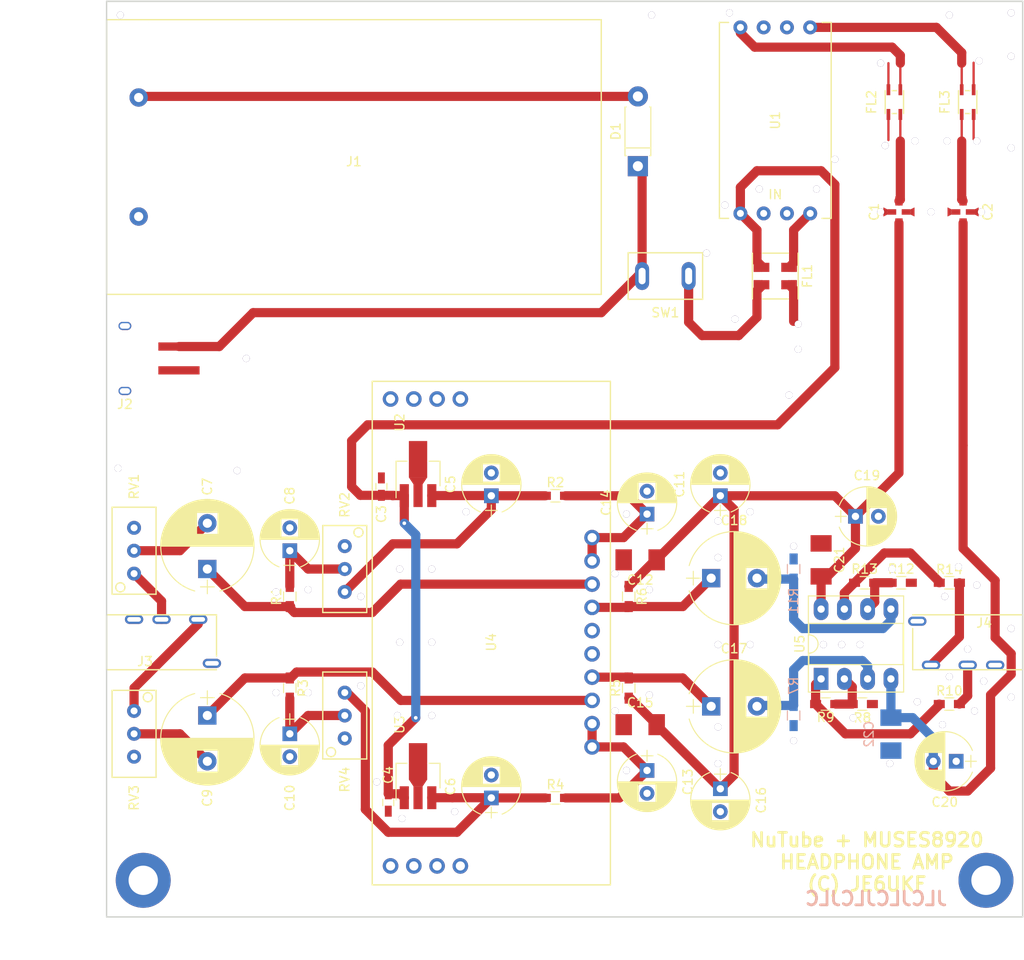
<source format=kicad_pcb>
(kicad_pcb (version 4) (host pcbnew 4.0.7)
  (layers (0 F.Cu signal) (31 B.Cu signal) (34 B.Paste user) (35 F.Paste user) (36 B.SilkS user) (37 F.SilkS user) (38 B.Mask user) (39 F.Mask user) (44 Edge.Cuts user))
  (net 0 "")
  (net 1 GND)
  (net 2 "Net-(C1-Pad1)")
  (net 3 OPAMPvcc)
  (net 4 OPAMPvee)
  (net 5 "Net-(C2-Pad3)")
  (net 6 +5V)
  (net 7 Rch+3.3V)
  (net 8 Lch+3.3V)
  (net 9 NuTubeG2)
  (net 10 "Net-(C7-Pad2)")
  (net 11 "Net-(C8-Pad1)")
  (net 12 NuTubeG1)
  (net 13 "Net-(C9-Pad2)")
  (net 14 "Net-(C10-Pad1)")
  (net 15 NuTubeF1)
  (net 16 NuTubeF3)
  (net 17 NuTubeA1)
  (net 18 "Net-(C17-Pad2)")
  (net 19 NuTubeA2)
  (net 20 "Net-(C18-Pad2)")
  (net 21 "Net-(D1-Pad1)")
  (net 22 "Net-(D1-Pad2)")
  (net 23 "Net-(FL1-Pad1)")
  (net 24 "Net-(FL1-Pad2)")
  (net 25 "Net-(FL1-Pad3)")
  (net 26 "Net-(FL2-Pad1)")
  (net 27 "Net-(FL3-Pad2)")
  (net 28 AudioInRch)
  (net 29 AudioInLch)
  (net 30 AudioOutRch)
  (net 31 AudioOutLch)
  (net 32 "Net-(R8-Pad1)")
  (net 33 "Net-(R10-Pad1)")
  (net 34 "Net-(R12-Pad1)")
  (net 35 "Net-(R13-Pad2)")
  (net 36 "Net-(U1-Pad5)")
  (module via:via (layer F.Cu) (at 116.5 73)
    (fp_text reference "" hide)
    (fp_text value "" hide)
    (pad 1 thru_hole circle (at 0 0) (size 0.762 0.762) (drill 0.762) (layers *.Cu *.Mask) (net 1 GND))
  )
  (module via:via (layer F.Cu) (at 133.5 95)
    (fp_text reference "" hide)
    (fp_text value "" hide)
    (pad 1 thru_hole circle (at 0 0) (size 0.762 0.762) (drill 0.762) (layers *.Cu *.Mask) (net 1 GND))
  )
  (module via:via (layer F.Cu) (at 60.5 105.5)
    (fp_text reference "" hide)
    (fp_text value "" hide)
    (pad 1 thru_hole circle (at 0 0) (size 0.762 0.762) (drill 0.762) (layers *.Cu *.Mask) (net 1 GND))
  )
  (module via:via (layer F.Cu) (at 60.5 94.5)
    (fp_text reference "" hide)
    (fp_text value "" hide)
    (pad 1 thru_hole circle (at 0 0) (size 0.762 0.762) (drill 0.762) (layers *.Cu *.Mask) (net 1 GND))
  )
  (module via:via (layer F.Cu) (at 74.25 119.25)
    (fp_text reference "" hide)
    (fp_text value "" hide)
    (pad 1 thru_hole circle (at 0 0) (size 0.762 0.762) (drill 0.762) (layers *.Cu *.Mask) (net 1 GND))
  )
  (module via:via (layer F.Cu) (at 80 118.5)
    (fp_text reference "" hide)
    (fp_text value "" hide)
    (pad 1 thru_hole circle (at 0 0) (size 0.762 0.762) (drill 0.762) (layers *.Cu *.Mask) (net 1 GND))
  )
  (module via:via (layer F.Cu) (at 81.25 85.75)
    (fp_text reference "" hide)
    (fp_text value "" hide)
    (pad 1 thru_hole circle (at 0 0) (size 0.762 0.762) (drill 0.762) (layers *.Cu *.Mask) (net 1 GND))
  )
  (module via:via (layer F.Cu) (at 138 34)
    (fp_text reference "" hide)
    (fp_text value "" hide)
    (pad "" np_thru_hole circle (at 0 0) (size 3.2 3.2) (drill 3.2) (layers *.Cu *.Mask))
  )
  (module via:via (layer F.Cu) (at 46 34)
    (fp_text reference "" hide)
    (fp_text value "" hide)
    (pad "" np_thru_hole circle (at 0 0) (size 3.2 3.2) (drill 3.2) (layers *.Cu *.Mask))
  )
  (module via:via (layer F.Cu) (at 138 126)
    (fp_text reference "" hide)
    (fp_text value "" hide)
    (pad 1 thru_hole circle (at 0 0) (size 6 6) (drill 3.2) (layers *.Cu *.Mask) (net 1 GND))
  )
  (module via:via (layer F.Cu) (at 73.75 108)
    (fp_text reference "" hide)
    (fp_text value "" hide)
    (pad 1 thru_hole circle (at 0 0) (size 0.762 0.762) (drill 0.762) (layers *.Cu *.Mask) (net 1 GND))
  )
  (module via:via (layer F.Cu) (at 98.75 114)
    (fp_text reference "" hide)
    (fp_text value "" hide)
    (pad 1 thru_hole circle (at 0 0) (size 0.762 0.762) (drill 0.762) (layers *.Cu *.Mask) (net 1 GND))
  )
  (module via:via (layer F.Cu) (at 98.75 86)
    (fp_text reference "" hide)
    (fp_text value "" hide)
    (pad 1 thru_hole circle (at 0 0) (size 0.762 0.762) (drill 0.762) (layers *.Cu *.Mask) (net 1 GND))
  )
  (module via:via (layer F.Cu) (at 69.75 104.75)
    (fp_text reference "" hide)
    (fp_text value "" hide)
    (pad 1 thru_hole circle (at 0 0) (size 0.762 0.762) (drill 0.762) (layers *.Cu *.Mask) (net 1 GND))
  )
  (module via:via (layer F.Cu) (at 69.75 95)
    (fp_text reference "" hide)
    (fp_text value "" hide)
    (pad 1 thru_hole circle (at 0 0) (size 0.762 0.762) (drill 0.762) (layers *.Cu *.Mask) (net 1 GND))
  )
  (module via:via (layer F.Cu) (at 74 92)
    (fp_text reference "" hide)
    (fp_text value "" hide)
    (pad 1 thru_hole circle (at 0 0) (size 0.762 0.762) (drill 0.762) (layers *.Cu *.Mask) (net 1 GND))
  )
  (module via:via (layer F.Cu) (at 77.5 92)
    (fp_text reference "" hide)
    (fp_text value "" hide)
    (pad 1 thru_hole circle (at 0 0) (size 0.762 0.762) (drill 0.762) (layers *.Cu *.Mask) (net 1 GND))
  )
  (module via:via (layer F.Cu) (at 77.5 108)
    (fp_text reference "" hide)
    (fp_text value "" hide)
    (pad 1 thru_hole circle (at 0 0) (size 0.762 0.762) (drill 0.762) (layers *.Cu *.Mask) (net 1 GND))
  )
  (module via:via (layer F.Cu) (at 64 105.5)
    (fp_text reference "" hide)
    (fp_text value "" hide)
    (pad 1 thru_hole circle (at 0 0) (size 0.762 0.762) (drill 0.762) (layers *.Cu *.Mask) (net 1 GND))
  )
  (module via:via (layer F.Cu) (at 64 94.25)
    (fp_text reference "" hide)
    (fp_text value "" hide)
    (pad 1 thru_hole circle (at 0 0) (size 0.762 0.762) (drill 0.762) (layers *.Cu *.Mask) (net 1 GND))
  )
  (module via:via (layer F.Cu) (at 46 126)
    (fp_text reference "" hide)
    (fp_text value "" hide)
    (pad 1 thru_hole circle (at 0 0) (size 6 6) (drill 3.2) (layers *.Cu *.Mask) (net 1 GND))
  )
  (module via:via (layer F.Cu) (at 71.5 115.25)
    (fp_text reference "" hide)
    (fp_text value "" hide)
    (pad 1 thru_hole circle (at 0 0) (size 0.762 0.762) (drill 0.762) (layers *.Cu *.Mask) (net 1 GND))
  )
  (module via:via (layer F.Cu) (at 77.5 100)
    (fp_text reference "" hide)
    (fp_text value "" hide)
    (pad 1 thru_hole circle (at 0 0) (size 0.762 0.762) (drill 0.762) (layers *.Cu *.Mask) (net 1 GND))
  )
  (module via:via (layer F.Cu) (at 74 100)
    (fp_text reference "" hide)
    (fp_text value "" hide)
    (pad 1 thru_hole circle (at 0 0) (size 0.762 0.762) (drill 0.762) (layers *.Cu *.Mask) (net 1 GND))
  )
  (module via:via (layer F.Cu) (at 108.75 100.25)
    (fp_text reference "" hide)
    (fp_text value "" hide)
    (pad 1 thru_hole circle (at 0 0) (size 0.762 0.762) (drill 0.762) (layers *.Cu *.Mask) (net 1 GND))
  )
  (module via:via (layer F.Cu) (at 112.25 100.25)
    (fp_text reference "" hide)
    (fp_text value "" hide)
    (pad 1 thru_hole circle (at 0 0) (size 0.762 0.762) (drill 0.762) (layers *.Cu *.Mask) (net 1 GND))
  )
  (module via:via (layer F.Cu) (at 112.25 85.75)
    (fp_text reference "" hide)
    (fp_text value "" hide)
    (pad 1 thru_hole circle (at 0 0) (size 0.762 0.762) (drill 0.762) (layers *.Cu *.Mask) (net 1 GND))
  )
  (module via:via (layer F.Cu) (at 108.75 86.75)
    (fp_text reference "" hide)
    (fp_text value "" hide)
    (pad 1 thru_hole circle (at 0 0) (size 0.762 0.762) (drill 0.762) (layers *.Cu *.Mask) (net 1 GND))
  )
  (module via:via (layer F.Cu) (at 108.75 90.75)
    (fp_text reference "" hide)
    (fp_text value "" hide)
    (pad 1 thru_hole circle (at 0 0) (size 0.762 0.762) (drill 0.762) (layers *.Cu *.Mask) (net 1 GND))
  )
  (module via:via (layer F.Cu) (at 108.75 113.25)
    (fp_text reference "" hide)
    (fp_text value "" hide)
    (pad 1 thru_hole circle (at 0 0) (size 0.762 0.762) (drill 0.762) (layers *.Cu *.Mask) (net 1 GND))
  )
  (module via:via (layer F.Cu) (at 108.75 109.25)
    (fp_text reference "" hide)
    (fp_text value "" hide)
    (pad 1 thru_hole circle (at 0 0) (size 0.762 0.762) (drill 0.762) (layers *.Cu *.Mask) (net 1 GND))
  )
  (module via:via (layer F.Cu) (at 101.25 105.75)
    (fp_text reference "" hide)
    (fp_text value "" hide)
    (pad 1 thru_hole circle (at 0 0) (size 0.762 0.762) (drill 0.762) (layers *.Cu *.Mask) (net 1 GND))
  )
  (module via:via (layer F.Cu) (at 97.5 107.5)
    (fp_text reference "" hide)
    (fp_text value "" hide)
    (pad 1 thru_hole circle (at 0 0) (size 0.762 0.762) (drill 0.762) (layers *.Cu *.Mask) (net 1 GND))
  )
  (module via:via (layer F.Cu) (at 97.5 92.5)
    (fp_text reference "" hide)
    (fp_text value "" hide)
    (pad 1 thru_hole circle (at 0 0) (size 0.762 0.762) (drill 0.762) (layers *.Cu *.Mask) (net 1 GND))
  )
  (module via:via (layer F.Cu) (at 101.25 94.25)
    (fp_text reference "" hide)
    (fp_text value "" hide)
    (pad 1 thru_hole circle (at 0 0) (size 0.762 0.762) (drill 0.762) (layers *.Cu *.Mask) (net 1 GND))
  )
  (module via:via (layer F.Cu) (at 117 89.5)
    (fp_text reference "" hide)
    (fp_text value "" hide)
    (pad 1 thru_hole circle (at 0 0) (size 0.762 0.762) (drill 0.762) (layers *.Cu *.Mask) (net 1 GND))
  )
  (module via:via (layer F.Cu) (at 117 110.75)
    (fp_text reference "" hide)
    (fp_text value "" hide)
    (pad 1 thru_hole circle (at 0 0) (size 0.762 0.762) (drill 0.762) (layers *.Cu *.Mask) (net 1 GND))
  )
  (module via:via (layer F.Cu) (at 124.25 100.25)
    (fp_text reference "" hide)
    (fp_text value "" hide)
    (pad 1 thru_hole circle (at 0 0) (size 0.762 0.762) (drill 0.762) (layers *.Cu *.Mask) (net 1 GND))
  )
  (module via:via (layer F.Cu) (at 122.25 100.25)
    (fp_text reference "" hide)
    (fp_text value "" hide)
    (pad 1 thru_hole circle (at 0 0) (size 0.762 0.762) (drill 0.762) (layers *.Cu *.Mask) (net 1 GND))
  )
  (module via:via (layer F.Cu) (at 120.25 100.25)
    (fp_text reference "" hide)
    (fp_text value "" hide)
    (pad 1 thru_hole circle (at 0 0) (size 0.762 0.762) (drill 0.762) (layers *.Cu *.Mask) (net 1 GND))
  )
  (module via:via (layer F.Cu) (at 127.75 92)
    (fp_text reference "" hide)
    (fp_text value "" hide)
    (pad 1 thru_hole circle (at 0 0) (size 0.762 0.762) (drill 0.762) (layers *.Cu *.Mask) (net 1 GND))
  )
  (module via:via (layer F.Cu) (at 123.5 108.25)
    (fp_text reference "" hide)
    (fp_text value "" hide)
    (pad 1 thru_hole circle (at 0 0) (size 0.762 0.762) (drill 0.762) (layers *.Cu *.Mask) (net 1 GND))
  )
  (module via:via (layer F.Cu) (at 127.5 113.25)
    (fp_text reference "" hide)
    (fp_text value "" hide)
    (pad 1 thru_hole circle (at 0 0) (size 0.762 0.762) (drill 0.762) (layers *.Cu *.Mask) (net 1 GND))
  )
  (module via:via (layer F.Cu) (at 140.75 106)
    (fp_text reference "" hide)
    (fp_text value "" hide)
    (pad 1 thru_hole circle (at 0 0) (size 0.762 0.762) (drill 0.762) (layers *.Cu *.Mask) (net 1 GND))
  )
  (module via:via (layer F.Cu) (at 136.75 107.5)
    (fp_text reference "" hide)
    (fp_text value "" hide)
    (pad 1 thru_hole circle (at 0 0) (size 0.762 0.762) (drill 0.762) (layers *.Cu *.Mask) (net 1 GND))
  )
  (module via:via (layer F.Cu) (at 133.25 109)
    (fp_text reference "" hide)
    (fp_text value "" hide)
    (pad 1 thru_hole circle (at 0 0) (size 0.762 0.762) (drill 0.762) (layers *.Cu *.Mask) (net 1 GND))
  )
  (module via:via (layer F.Cu) (at 130.5 106.5)
    (fp_text reference "" hide)
    (fp_text value "" hide)
    (pad 1 thru_hole circle (at 0 0) (size 0.762 0.762) (drill 0.762) (layers *.Cu *.Mask) (net 1 GND))
  )
  (module via:via (layer F.Cu) (at 134 103.75)
    (fp_text reference "" hide)
    (fp_text value "" hide)
    (pad 1 thru_hole circle (at 0 0) (size 0.762 0.762) (drill 0.762) (layers *.Cu *.Mask) (net 1 GND))
  )
  (module via:via (layer F.Cu) (at 136 100.75)
    (fp_text reference "" hide)
    (fp_text value "" hide)
    (pad 1 thru_hole circle (at 0 0) (size 0.762 0.762) (drill 0.762) (layers *.Cu *.Mask) (net 1 GND))
  )
  (module via:via (layer F.Cu) (at 137.75 104.25)
    (fp_text reference "" hide)
    (fp_text value "" hide)
    (pad 1 thru_hole circle (at 0 0) (size 0.762 0.762) (drill 0.762) (layers *.Cu *.Mask) (net 1 GND))
  )
  (module via:via (layer F.Cu) (at 135 91.75)
    (fp_text reference "" hide)
    (fp_text value "" hide)
    (pad 1 thru_hole circle (at 0 0) (size 0.762 0.762) (drill 0.762) (layers *.Cu *.Mask) (net 1 GND))
  )
  (module via:via (layer F.Cu) (at 137 93.75)
    (fp_text reference "" hide)
    (fp_text value "" hide)
    (pad 1 thru_hole circle (at 0 0) (size 0.762 0.762) (drill 0.762) (layers *.Cu *.Mask) (net 1 GND))
  )
  (module via:via (layer F.Cu) (at 140.75 98.5)
    (fp_text reference "" hide)
    (fp_text value "" hide)
    (pad 1 thru_hole circle (at 0 0) (size 0.762 0.762) (drill 0.762) (layers *.Cu *.Mask) (net 1 GND))
  )
  (module via:via (layer F.Cu) (at 137.5 53)
    (fp_text reference "" hide)
    (fp_text value "" hide)
    (pad 1 thru_hole circle (at 0 0) (size 0.762 0.762) (drill 0.762) (layers *.Cu *.Mask) (net 1 GND))
  )
  (module via:via (layer F.Cu) (at 126.5 53)
    (fp_text reference "" hide)
    (fp_text value "" hide)
    (pad 1 thru_hole circle (at 0 0) (size 0.762 0.762) (drill 0.762) (layers *.Cu *.Mask) (net 1 GND))
  )
  (module via:via (layer F.Cu) (at 132 53)
    (fp_text reference "" hide)
    (fp_text value "" hide)
    (pad 1 thru_hole circle (at 0 0) (size 0.762 0.762) (drill 0.762) (layers *.Cu *.Mask) (net 1 GND))
  )
  (module via:via (layer F.Cu) (at 127 45.75)
    (fp_text reference "" hide)
    (fp_text value "" hide)
    (pad 1 thru_hole circle (at 0 0) (size 0.762 0.762) (drill 0.762) (layers *.Cu *.Mask) (net 1 GND))
  )
  (module via:via (layer F.Cu) (at 130.25 45.25)
    (fp_text reference "" hide)
    (fp_text value "" hide)
    (pad 1 thru_hole circle (at 0 0) (size 0.762 0.762) (drill 0.762) (layers *.Cu *.Mask) (net 1 GND))
  )
  (module via:via (layer F.Cu) (at 133.75 45.25)
    (fp_text reference "" hide)
    (fp_text value "" hide)
    (pad 1 thru_hole circle (at 0 0) (size 0.762 0.762) (drill 0.762) (layers *.Cu *.Mask) (net 1 GND))
  )
  (module via:via (layer F.Cu) (at 137 45.25)
    (fp_text reference "" hide)
    (fp_text value "" hide)
    (pad 1 thru_hole circle (at 0 0) (size 0.762 0.762) (drill 0.762) (layers *.Cu *.Mask) (net 1 GND))
  )
  (module via:via (layer F.Cu) (at 137.25 36.5)
    (fp_text reference "" hide)
    (fp_text value "" hide)
    (pad 1 thru_hole circle (at 0 0) (size 0.762 0.762) (drill 0.762) (layers *.Cu *.Mask) (net 25 "Net-(FL1-Pad3)"))
  )
  (module via:via (layer F.Cu) (at 140.75 36)
    (fp_text reference "" hide)
    (fp_text value "" hide)
    (pad 1 thru_hole circle (at 0 0) (size 0.762 0.762) (drill 0.762) (layers *.Cu *.Mask) (net 25 "Net-(FL1-Pad3)"))
  )
  (module via:via (layer F.Cu) (at 140.75 31.25)
    (fp_text reference "" hide)
    (fp_text value "" hide)
    (pad 1 thru_hole circle (at 0 0) (size 0.762 0.762) (drill 0.762) (layers *.Cu *.Mask) (net 25 "Net-(FL1-Pad3)"))
  )
  (module via:via (layer F.Cu) (at 134 31.5)
    (fp_text reference "" hide)
    (fp_text value "" hide)
    (pad 1 thru_hole circle (at 0 0) (size 0.762 0.762) (drill 0.762) (layers *.Cu *.Mask) (net 25 "Net-(FL1-Pad3)"))
  )
  (module via:via (layer F.Cu) (at 126.5 36.75)
    (fp_text reference "" hide)
    (fp_text value "" hide)
    (pad 1 thru_hole circle (at 0 0) (size 0.762 0.762) (drill 0.762) (layers *.Cu *.Mask) (net 25 "Net-(FL1-Pad3)"))
  )
  (module via:via (layer F.Cu) (at 110 31.25)
    (fp_text reference "" hide)
    (fp_text value "" hide)
    (pad 1 thru_hole circle (at 0 0) (size 0.762 0.762) (drill 0.762) (layers *.Cu *.Mask) (net 25 "Net-(FL1-Pad3)"))
  )
  (module via:via (layer F.Cu) (at 121.5 47.25)
    (fp_text reference "" hide)
    (fp_text value "" hide)
    (pad 1 thru_hole circle (at 0 0) (size 0.762 0.762) (drill 0.762) (layers *.Cu *.Mask) (net 25 "Net-(FL1-Pad3)"))
  )
  (module via:via (layer F.Cu) (at 109.5 52.25)
    (fp_text reference "" hide)
    (fp_text value "" hide)
    (pad 1 thru_hole circle (at 0 0) (size 0.762 0.762) (drill 0.762) (layers *.Cu *.Mask) (net 25 "Net-(FL1-Pad3)"))
  )
  (module via:via (layer F.Cu) (at 113.25 50.5)
    (fp_text reference "" hide)
    (fp_text value "" hide)
    (pad 1 thru_hole circle (at 0 0) (size 0.762 0.762) (drill 0.762) (layers *.Cu *.Mask) (net 25 "Net-(FL1-Pad3)"))
  )
  (module via:via (layer F.Cu) (at 43.25 81)
    (fp_text reference "" hide)
    (fp_text value "" hide)
    (pad 1 thru_hole circle (at 0 0) (size 0.762 0.762) (drill 0.762) (layers *.Cu *.Mask) (net 24 "Net-(FL1-Pad2)"))
  )
  (module via:via (layer F.Cu) (at 56.25 81.25)
    (fp_text reference "" hide)
    (fp_text value "" hide)
    (pad 1 thru_hole circle (at 0 0) (size 0.762 0.762) (drill 0.762) (layers *.Cu *.Mask) (net 24 "Net-(FL1-Pad2)"))
  )
  (module via:via (layer F.Cu) (at 57.25 69)
    (fp_text reference "" hide)
    (fp_text value "" hide)
    (pad 1 thru_hole circle (at 0 0) (size 0.762 0.762) (drill 0.762) (layers *.Cu *.Mask) (net 24 "Net-(FL1-Pad2)"))
  )
  (module via:via (layer F.Cu) (at 117.5 68)
    (fp_text reference "" hide)
    (fp_text value "" hide)
    (pad 1 thru_hole circle (at 0 0) (size 0.762 0.762) (drill 0.762) (layers *.Cu *.Mask) (net 24 "Net-(FL1-Pad2)"))
  )
  (module via:via (layer F.Cu) (at 117.5 65.25)
    (fp_text reference "" hide)
    (fp_text value "" hide)
    (pad 1 thru_hole circle (at 0 0) (size 0.762 0.762) (drill 0.762) (layers *.Cu *.Mask) (net 24 "Net-(FL1-Pad2)"))
  )
  (module via:via (layer F.Cu) (at 110.6 64.7)
    (fp_text reference "" hide)
    (fp_text value "" hide)
    (pad 1 thru_hole circle (at 0 0) (size 0.762 0.762) (drill 0.762) (layers *.Cu *.Mask) (net 24 "Net-(FL1-Pad2)"))
  )
  (module via:via (layer F.Cu) (at 107.5 57.5)
    (fp_text reference "" hide)
    (fp_text value "" hide)
    (pad 1 thru_hole circle (at 0 0) (size 0.762 0.762) (drill 0.762) (layers *.Cu *.Mask) (net 24 "Net-(FL1-Pad2)"))
  )
  (module via:via (layer F.Cu) (at 101.5 31.5)
    (fp_text reference "" hide)
    (fp_text value "" hide)
    (pad 1 thru_hole circle (at 0 0) (size 0.762 0.762) (drill 0.762) (layers *.Cu *.Mask) (net 24 "Net-(FL1-Pad2)"))
  )
  (module via:via (layer F.Cu) (at 140.75 46)
    (fp_text reference "" hide)
    (fp_text value "" hide)
    (pad 1 thru_hole circle (at 0 0) (size 0.762 0.762) (drill 0.762) (layers *.Cu *.Mask) (net 1 GND))
  )
  (module via:via (layer F.Cu) (at 119.5 50.5)
    (fp_text reference "" hide)
    (fp_text value "" hide)
    (pad 1 thru_hole circle (at 0 0) (size 0.762 0.762) (drill 0.762) (layers *.Cu *.Mask) (net 25 "Net-(FL1-Pad3)"))
  )
  (module NFM21PC:NFM21PC (layer F.Cu) (at 128.5 53 270)
    (fp_text reference C1 (at 0 2.7 270) (layer F.SilkS))
    (fp_text value EMI_Filter_C)
    (pad 2 smd trapezoid (at 0 1.5 270) (size 0.8 0.4) (rect_delta 0 0.2) (layers F.Cu F.Paste F.Mask) (net 1 GND))
    (pad 2 smd rect (at 0 -0.8 270) (size 0.6 1) (layers F.Cu F.Paste F.Mask) (net 1 GND))
    (pad 1 smd rect (at -1.2 0 270) (size 1 0.8) (layers F.Cu F.Paste F.Mask) (net 2 "Net-(C1-Pad1)"))
    (pad 2 smd rect (at 0 0.8 270) (size 0.6 1) (layers F.Cu F.Paste F.Mask) (net 1 GND))
    (pad 3 smd rect (at 1.2 0 270) (size 1 0.8) (layers F.Cu F.Paste F.Mask) (net 3 OPAMPvcc))
    (pad 2 smd trapezoid (at 0 -1.5 270) (size 0.8 0.4) (rect_delta 0 -0.2) (layers F.Cu F.Paste F.Mask) (net 1 GND))
  )
  (module NFM21PC:NFM21PC (layer F.Cu) (at 135.5 53 90)
    (fp_text reference C2 (at 0 2.7 90) (layer F.SilkS))
    (fp_text value EMI_Filter_C)
    (pad 2 smd trapezoid (at 0 1.5 90) (size 0.8 0.4) (rect_delta 0 0.2) (layers F.Cu F.Paste F.Mask) (net 1 GND))
    (pad 2 smd rect (at 0 -0.8 90) (size 0.6 1) (layers F.Cu F.Paste F.Mask) (net 1 GND))
    (pad 1 smd rect (at -1.2 0 90) (size 1 0.8) (layers F.Cu F.Paste F.Mask) (net 4 OPAMPvee))
    (pad 2 smd rect (at 0 0.8 90) (size 0.6 1) (layers F.Cu F.Paste F.Mask) (net 1 GND))
    (pad 3 smd rect (at 1.2 0 90) (size 1 0.8) (layers F.Cu F.Paste F.Mask) (net 5 "Net-(C2-Pad3)"))
    (pad 2 smd trapezoid (at 0 -1.5 90) (size 0.8 0.4) (rect_delta 0 -0.2) (layers F.Cu F.Paste F.Mask) (net 1 GND))
  )
  (module Capacitors_THT:CP_Radial_D6.3mm_P2.50mm (layer F.Cu) (at 84 84 90)
    (fp_text reference C5 (at 1.25 -4.46 90) (layer F.SilkS))
    (fp_text value 100u)
    (pad 1 thru_hole rect (at 0 0 90) (size 1.6 1.6) (drill 0.8) (layers *.Cu *.Mask) (net 7 Rch+3.3V))
    (pad 2 thru_hole circle (at 2.5 0 90) (size 1.6 1.6) (drill 0.8) (layers *.Cu *.Mask) (net 1 GND))
  )
  (module Capacitors_THT:CP_Radial_D6.3mm_P2.50mm (layer F.Cu) (at 84 117 90)
    (fp_text reference C6 (at 1.25 -4.46 90) (layer F.SilkS))
    (fp_text value 100u)
    (pad 1 thru_hole rect (at 0 0 90) (size 1.6 1.6) (drill 0.8) (layers *.Cu *.Mask) (net 8 Lch+3.3V))
    (pad 2 thru_hole circle (at 2.5 0 90) (size 1.6 1.6) (drill 0.8) (layers *.Cu *.Mask) (net 1 GND))
  )
  (module Capacitors_THT:CP_Radial_D10.0mm_P5.00mm (layer F.Cu) (at 53 92 90)
    (fp_text reference C7 (at 9 0 90) (layer F.SilkS))
    (fp_text value 100u)
    (pad 1 thru_hole rect (at 0 0 90) (size 2 2) (drill 1) (layers *.Cu *.Mask) (net 9 NuTubeG2))
    (pad 2 thru_hole circle (at 5 0 90) (size 2 2) (drill 1) (layers *.Cu *.Mask) (net 10 "Net-(C7-Pad2)"))
  )
  (module Capacitors_THT:CP_Radial_D6.3mm_P2.50mm (layer F.Cu) (at 62 90 90)
    (fp_text reference C8 (at 6 0 90) (layer F.SilkS))
    (fp_text value 22u)
    (pad 1 thru_hole rect (at 0 0 90) (size 1.6 1.6) (drill 0.8) (layers *.Cu *.Mask) (net 11 "Net-(C8-Pad1)"))
    (pad 2 thru_hole circle (at 2.5 0 90) (size 1.6 1.6) (drill 0.8) (layers *.Cu *.Mask) (net 1 GND))
  )
  (module Capacitors_THT:CP_Radial_D10.0mm_P5.00mm (layer F.Cu) (at 53 108 270)
    (fp_text reference C9 (at 9 0 270) (layer F.SilkS))
    (fp_text value 100u)
    (pad 1 thru_hole rect (at 0 0 270) (size 2 2) (drill 1) (layers *.Cu *.Mask) (net 12 NuTubeG1))
    (pad 2 thru_hole circle (at 5 0 270) (size 2 2) (drill 1) (layers *.Cu *.Mask) (net 13 "Net-(C9-Pad2)"))
  )
  (module Capacitors_THT:CP_Radial_D6.3mm_P2.50mm (layer F.Cu) (at 62 110 270)
    (fp_text reference C10 (at 7 0 270) (layer F.SilkS))
    (fp_text value 22u)
    (pad 1 thru_hole rect (at 0 0 270) (size 1.6 1.6) (drill 0.8) (layers *.Cu *.Mask) (net 14 "Net-(C10-Pad1)"))
    (pad 2 thru_hole circle (at 2.5 0 270) (size 1.6 1.6) (drill 0.8) (layers *.Cu *.Mask) (net 1 GND))
  )
  (module Capacitors_THT:CP_Radial_D6.3mm_P2.50mm (layer F.Cu) (at 109 84 90)
    (fp_text reference C11 (at 1.25 -4.46 90) (layer F.SilkS))
    (fp_text value 100u)
    (pad 1 thru_hole rect (at 0 0 90) (size 1.6 1.6) (drill 0.8) (layers *.Cu *.Mask) (net 3 OPAMPvcc))
    (pad 2 thru_hole circle (at 2.5 0 90) (size 1.6 1.6) (drill 0.8) (layers *.Cu *.Mask) (net 1 GND))
  )
  (module "ECHU(X)G3:ECHU(X)G3" (layer F.Cu) (at 100.25 91 180)
    (fp_text reference C12 (at -0.0115 -2.1935 180) (layer F.SilkS))
    (fp_text value 1u)
    (pad 1 smd rect (at -1.8 0 180) (size 1.8 2.3) (layers F.Cu F.Paste F.Mask) (net 3 OPAMPvcc))
    (pad 2 smd rect (at 1.8 0 180) (size 1.8 2.3) (layers F.Cu F.Paste F.Mask) (net 1 GND))
  )
  (module Capacitors_THT:CP_Radial_D6.3mm_P2.50mm (layer F.Cu) (at 101 114 270)
    (fp_text reference C13 (at 1.25 -4.46 270) (layer F.SilkS))
    (fp_text value 22u)
    (pad 1 thru_hole rect (at 0 0 270) (size 1.6 1.6) (drill 0.8) (layers *.Cu *.Mask) (net 15 NuTubeF1))
    (pad 2 thru_hole circle (at 2.5 0 270) (size 1.6 1.6) (drill 0.8) (layers *.Cu *.Mask) (net 1 GND))
  )
  (module Capacitors_THT:CP_Radial_D6.3mm_P2.50mm (layer F.Cu) (at 101 86 90)
    (fp_text reference C14 (at 1.25 -4.46 90) (layer F.SilkS))
    (fp_text value 22u)
    (pad 1 thru_hole rect (at 0 0 90) (size 1.6 1.6) (drill 0.8) (layers *.Cu *.Mask) (net 16 NuTubeF3))
    (pad 2 thru_hole circle (at 2.5 0 90) (size 1.6 1.6) (drill 0.8) (layers *.Cu *.Mask) (net 1 GND))
  )
  (module "ECHU(X)G3:ECHU(X)G3" (layer F.Cu) (at 100.25 109 180)
    (fp_text reference C15 (at 0 2.4 180) (layer F.SilkS))
    (fp_text value 1u)
    (pad 1 smd rect (at -1.8 0 180) (size 1.8 2.3) (layers F.Cu F.Paste F.Mask) (net 3 OPAMPvcc))
    (pad 2 smd rect (at 1.8 0 180) (size 1.8 2.3) (layers F.Cu F.Paste F.Mask) (net 1 GND))
  )
  (module Capacitors_THT:CP_Radial_D6.3mm_P2.50mm (layer F.Cu) (at 109 116 270)
    (fp_text reference C16 (at 1.25 -4.46 270) (layer F.SilkS))
    (fp_text value 100u)
    (pad 1 thru_hole rect (at 0 0 270) (size 1.6 1.6) (drill 0.8) (layers *.Cu *.Mask) (net 3 OPAMPvcc))
    (pad 2 thru_hole circle (at 2.5 0 270) (size 1.6 1.6) (drill 0.8) (layers *.Cu *.Mask) (net 1 GND))
  )
  (module Capacitors_THT:CP_Radial_D10.0mm_P5.00mm (layer F.Cu) (at 108 107)
    (fp_text reference C17 (at 2.5 -6.31) (layer F.SilkS))
    (fp_text value 33u)
    (pad 1 thru_hole rect (at 0 0) (size 2 2) (drill 1) (layers *.Cu *.Mask) (net 17 NuTubeA1))
    (pad 2 thru_hole circle (at 5 0) (size 2 2) (drill 1) (layers *.Cu *.Mask) (net 18 "Net-(C17-Pad2)"))
  )
  (module Capacitors_THT:CP_Radial_D10.0mm_P5.00mm (layer F.Cu) (at 108 93)
    (fp_text reference C18 (at 2.5 -6.31) (layer F.SilkS))
    (fp_text value 33u)
    (pad 1 thru_hole rect (at 0 0) (size 2 2) (drill 1) (layers *.Cu *.Mask) (net 19 NuTubeA2))
    (pad 2 thru_hole circle (at 5 0) (size 2 2) (drill 1) (layers *.Cu *.Mask) (net 20 "Net-(C18-Pad2)"))
  )
  (module Capacitors_THT:CP_Radial_D6.3mm_P2.50mm (layer F.Cu) (at 123.75 86.25)
    (fp_text reference C19 (at 1.25 -4.46) (layer F.SilkS))
    (fp_text value 100u)
    (pad 1 thru_hole rect (at 0 0) (size 1.6 1.6) (drill 0.8) (layers *.Cu *.Mask) (net 3 OPAMPvcc))
    (pad 2 thru_hole circle (at 2.5 0) (size 1.6 1.6) (drill 0.8) (layers *.Cu *.Mask) (net 1 GND))
  )
  (module Capacitors_THT:CP_Radial_D6.3mm_P2.50mm (layer F.Cu) (at 134.75 113 180)
    (fp_text reference C20 (at 1.25 -4.46 180) (layer F.SilkS))
    (fp_text value 100u)
    (pad 1 thru_hole rect (at 0 0 180) (size 1.6 1.6) (drill 0.8) (layers *.Cu *.Mask) (net 1 GND))
    (pad 2 thru_hole circle (at 2.5 0 180) (size 1.6 1.6) (drill 0.8) (layers *.Cu *.Mask) (net 4 OPAMPvee))
  )
  (module "ECHU(X)G3:ECHU(X)G3" (layer F.Cu) (at 120 91 90)
    (fp_text reference C21 (at 0 2 90) (layer F.SilkS))
    (fp_text value 1u)
    (pad 1 smd rect (at -1.8 0 90) (size 1.8 2.3) (layers F.Cu F.Paste F.Mask) (net 3 OPAMPvcc))
    (pad 2 smd rect (at 1.8 0 90) (size 1.8 2.3) (layers F.Cu F.Paste F.Mask) (net 1 GND))
  )
  (module "ECHU(X)G3:ECHU(X)G3" (layer B.Cu) (at 127.6223 110.0328 90)
    (fp_text reference C22 (at 0 -2.4 90) (layer B.SilkS) (effects (justify mirror)))
    (fp_text value 1u)
    (pad 1 smd rect (at -1.8 0 90) (size 1.8 2.3) (layers B.Cu B.Paste B.Mask) (net 1 GND))
    (pad 2 smd rect (at 1.8 0 90) (size 1.8 2.3) (layers B.Cu B.Paste B.Mask) (net 4 OPAMPvee))
  )
  (module Diodes_THT:D_DO-41_SOD81_P7.62mm_Horizontal (layer F.Cu) (at 100 48 90)
    (fp_text reference D1 (at 3.81 -2.41 90) (layer F.SilkS))
    (fp_text value D)
    (pad 1 thru_hole rect (at 0 0 90) (size 2.2 2.2) (drill 1.1) (layers *.Cu *.Mask) (net 21 "Net-(D1-Pad1)"))
    (pad 2 thru_hole oval (at 7.62 0 90) (size 2.2 2.2) (drill 1.1) (layers *.Cu *.Mask) (net 22 "Net-(D1-Pad2)"))
  )
  (module DLW5BTM:DLW5BTM (layer F.Cu) (at 115 60 90)
    (fp_text reference FL1 (at 0 3.5 90) (layer F.SilkS))
    (fp_text value EMI_Filter_Commonmode)
    (pad 1 smd rect (at -1.6 -2 90) (size 2.3 0.7) (layers F.Cu F.Paste F.Mask) (net 23 "Net-(FL1-Pad1)"))
    (pad 2 smd rect (at -1.6 2 90) (size 2.3 0.7) (layers F.Cu F.Paste F.Mask) (net 24 "Net-(FL1-Pad2)"))
    (pad 3 smd rect (at 1.6 2 90) (size 2.3 0.7) (layers F.Cu F.Paste F.Mask) (net 25 "Net-(FL1-Pad3)"))
    (pad 4 smd rect (at 1.6 -2 90) (size 2.3 0.7) (layers F.Cu F.Paste F.Mask) (net 6 +5V))
    (pad 1 smd rect (at -0.95 -1.5 90) (size 1 1.7) (layers F.Cu F.Paste F.Mask) (net 23 "Net-(FL1-Pad1)"))
    (pad 2 smd rect (at -0.95 1.5 90) (size 1 1.7) (layers F.Cu F.Paste F.Mask) (net 24 "Net-(FL1-Pad2)"))
    (pad 3 smd rect (at 0.95 1.5 90) (size 1 1.7) (layers F.Cu F.Paste F.Mask) (net 25 "Net-(FL1-Pad3)"))
    (pad 4 smd rect (at 0.95 -1.5 90) (size 1 1.7) (layers F.Cu F.Paste F.Mask) (net 6 +5V))
  )
  (module ACＭ2520-2P:ACM2520-2P (layer F.Cu) (at 128 41 270)
    (fp_text reference FL2 (at 0 2.5 270) (layer F.SilkS))
    (fp_text value EMI_Filter_Commonmode)
    (pad 1 smd rect (at -1.35 -0.65 270) (size 1.2 0.4) (layers F.Cu F.Paste F.Mask) (net 26 "Net-(FL2-Pad1)"))
    (pad 2 smd rect (at -1.35 0.65 270) (size 1.2 0.4) (layers F.Cu F.Paste F.Mask) (net 25 "Net-(FL1-Pad3)"))
    (pad 3 smd rect (at 1.35 0.65 270) (size 1.2 0.4) (layers F.Cu F.Paste F.Mask) (net 1 GND))
    (pad 4 smd rect (at 1.35 -0.65 270) (size 1.2 0.4) (layers F.Cu F.Paste F.Mask) (net 2 "Net-(C1-Pad1)"))
  )
  (module ACＭ2520-2P:ACM2520-2P (layer F.Cu) (at 136 41 270)
    (fp_text reference FL3 (at 0 2.5 270) (layer F.SilkS))
    (fp_text value EMI_Filter_Commonmode)
    (pad 1 smd rect (at -1.35 -0.65 270) (size 1.2 0.4) (layers F.Cu F.Paste F.Mask) (net 25 "Net-(FL1-Pad3)"))
    (pad 2 smd rect (at -1.35 0.65 270) (size 1.2 0.4) (layers F.Cu F.Paste F.Mask) (net 27 "Net-(FL3-Pad2)"))
    (pad 3 smd rect (at 1.35 0.65 270) (size 1.2 0.4) (layers F.Cu F.Paste F.Mask) (net 5 "Net-(C2-Pad3)"))
    (pad 4 smd rect (at 1.35 -0.65 270) (size 1.2 0.4) (layers F.Cu F.Paste F.Mask) (net 1 GND))
  )
  (module 006P_Holder:006P_Holder (layer F.Cu) (at 69 47)
    (fp_text reference J1 (at 0 0.5) (layer F.SilkS))
    (fp_text value Conn_01x02)
    (pad 1 thru_hole circle (at -23.5 -6.5) (size 2 2) (drill 1) (layers *.Cu *.Mask) (net 22 "Net-(D1-Pad2)"))
    (pad 2 thru_hole circle (at -23.5 6.5) (size 2 2) (drill 1) (layers *.Cu *.Mask) (net 24 "Net-(FL1-Pad2)"))
    (pad "" np_thru_hole circle (at 14.5 11.5) (size 3 3) (drill 3) (layers *.Cu *.Mask))
  )
  (module "microUSB(SupplyOnly):microUSB(SupplyOnly)" (layer F.Cu) (at 44 69 180)
    (fp_text reference J2 (at 0 -5 180) (layer F.SilkS))
    (fp_text value Conn_01x02)
    (pad 2 thru_hole oval (at 0 3.55 180) (size 1.4 0.9) (drill oval 1.1 0.6) (layers *.Cu *.Mask) (net 24 "Net-(FL1-Pad2)"))
    (pad 2 smd rect (at -5.9 -1.3 180) (size 4.5 0.9) (layers F.Cu F.Paste F.Mask) (net 24 "Net-(FL1-Pad2)"))
    (pad 1 smd rect (at -5.9 1.3 180) (size 4.5 0.9) (layers F.Cu F.Paste F.Mask) (net 21 "Net-(D1-Pad1)"))
    (pad 2 thru_hole oval (at 0 -3.55 180) (size 1.4 0.9) (drill oval 1.1 0.6) (layers *.Cu *.Mask) (net 24 "Net-(FL1-Pad2)"))
  )
  (module MJ-4PP-9:MJ-4PP-9 (layer F.Cu) (at 48 100)
    (fp_text reference J3 (at -1.8 2.1) (layer F.SilkS))
    (fp_text value Audio-Jack-4)
    (pad 3 thru_hole oval (at -3 -2.5) (size 2 1) (drill oval 1.5 0.5) (layers *.Cu *.Mask) (net 1 GND))
    (pad 2 thru_hole oval (at 0 -2.5) (size 2 1) (drill oval 1.5 0.5) (layers *.Cu *.Mask) (net 28 AudioInRch))
    (pad 1 thru_hole oval (at 4 -2.5) (size 2 1) (drill oval 1.5 0.5) (layers *.Cu *.Mask) (net 29 AudioInLch))
    (pad 4 thru_hole oval (at 5.5 2.3) (size 2 1) (drill oval 1.5 0.5) (layers *.Cu *.Mask) (net 1 GND))
  )
  (module MJ-4PP-9:MJ-4PP-9 (layer F.Cu) (at 136 100 180)
    (fp_text reference J4 (at -1.8 2.1 180) (layer F.SilkS))
    (fp_text value Audio-Jack-4)
    (pad 3 thru_hole oval (at -3 -2.5 180) (size 2 1) (drill oval 1.5 0.5) (layers *.Cu *.Mask) (net 1 GND))
    (pad 2 thru_hole oval (at 0 -2.5 180) (size 2 1) (drill oval 1.5 0.5) (layers *.Cu *.Mask) (net 30 AudioOutRch))
    (pad 1 thru_hole oval (at 4 -2.5 180) (size 2 1) (drill oval 1.5 0.5) (layers *.Cu *.Mask) (net 31 AudioOutLch))
    (pad 4 thru_hole oval (at 5.5 2.3 180) (size 2 1) (drill oval 1.5 0.5) (layers *.Cu *.Mask) (net 1 GND))
  )
  (module Resistors_SMD:R_0603_HandSoldering (layer F.Cu) (at 62 95 90)
    (fp_text reference R1 (at 0 -1.45 90) (layer F.SilkS))
    (fp_text value 33k)
    (pad 1 smd rect (at -1.1 0 90) (size 1.2 0.9) (layers F.Cu F.Paste F.Mask) (net 9 NuTubeG2))
    (pad 2 smd rect (at 1.1 0 90) (size 1.2 0.9) (layers F.Cu F.Paste F.Mask) (net 11 "Net-(C8-Pad1)"))
  )
  (module Resistors_SMD:R_0603_HandSoldering (layer F.Cu) (at 91 84)
    (fp_text reference R2 (at 0 -1.45) (layer F.SilkS))
    (fp_text value 150)
    (pad 1 smd rect (at -1.1 0) (size 1.2 0.9) (layers F.Cu F.Paste F.Mask) (net 7 Rch+3.3V))
    (pad 2 smd rect (at 1.1 0) (size 1.2 0.9) (layers F.Cu F.Paste F.Mask) (net 16 NuTubeF3))
  )
  (module Resistors_SMD:R_0603_HandSoldering (layer F.Cu) (at 62 105 270)
    (fp_text reference R3 (at 0 -1.45 270) (layer F.SilkS))
    (fp_text value 33k)
    (pad 1 smd rect (at -1.1 0 270) (size 1.2 0.9) (layers F.Cu F.Paste F.Mask) (net 12 NuTubeG1))
    (pad 2 smd rect (at 1.1 0 270) (size 1.2 0.9) (layers F.Cu F.Paste F.Mask) (net 14 "Net-(C10-Pad1)"))
  )
  (module Resistors_SMD:R_0603_HandSoldering (layer F.Cu) (at 91 117)
    (fp_text reference R4 (at 0 -1.45) (layer F.SilkS))
    (fp_text value 150)
    (pad 1 smd rect (at -1.1 0) (size 1.2 0.9) (layers F.Cu F.Paste F.Mask) (net 8 Lch+3.3V))
    (pad 2 smd rect (at 1.1 0) (size 1.2 0.9) (layers F.Cu F.Paste F.Mask) (net 15 NuTubeF1))
  )
  (module Resistors_SMD:R_0603_HandSoldering (layer F.Cu) (at 99 105 90)
    (fp_text reference R5 (at 0 -1.45 90) (layer F.SilkS))
    (fp_text value 120k)
    (pad 1 smd rect (at -1.1 0 90) (size 1.2 0.9) (layers F.Cu F.Paste F.Mask) (net 3 OPAMPvcc))
    (pad 2 smd rect (at 1.1 0 90) (size 1.2 0.9) (layers F.Cu F.Paste F.Mask) (net 17 NuTubeA1))
  )
  (module Resistors_SMD:R_0603_HandSoldering (layer F.Cu) (at 99 95 270)
    (fp_text reference R6 (at 0 -1.45 270) (layer F.SilkS))
    (fp_text value 120k)
    (pad 1 smd rect (at -1.1 0 270) (size 1.2 0.9) (layers F.Cu F.Paste F.Mask) (net 3 OPAMPvcc))
    (pad 2 smd rect (at 1.1 0 270) (size 1.2 0.9) (layers F.Cu F.Paste F.Mask) (net 19 NuTubeA2))
  )
  (module Resistors_SMD:R_0603_HandSoldering (layer B.Cu) (at 117 108 270)
    (fp_text reference R7 (at -3.25 0 270) (layer B.SilkS) (effects (justify mirror)))
    (fp_text value 1M)
    (pad 1 smd rect (at -1.1 0 270) (size 1.2 0.9) (layers B.Cu B.Paste B.Mask) (net 18 "Net-(C17-Pad2)"))
    (pad 2 smd rect (at 1.1 0 270) (size 1.2 0.9) (layers B.Cu B.Paste B.Mask) (net 1 GND))
  )
  (module Resistors_SMD:R_0603_HandSoldering (layer F.Cu) (at 124.5 106.75)
    (fp_text reference R8 (at 0 1.5) (layer F.SilkS))
    (fp_text value 1k)
    (pad 1 smd rect (at -1.1 0) (size 1.2 0.9) (layers F.Cu F.Paste F.Mask) (net 32 "Net-(R8-Pad1)"))
    (pad 2 smd rect (at 1.1 0) (size 1.2 0.9) (layers F.Cu F.Paste F.Mask) (net 1 GND))
  )
  (module Resistors_SMD:R_0603_HandSoldering (layer F.Cu) (at 120.5 106.75 180)
    (fp_text reference R9 (at 0 -1.45 180) (layer F.SilkS))
    (fp_text value 1k)
    (pad 1 smd rect (at -1.1 0 180) (size 1.2 0.9) (layers F.Cu F.Paste F.Mask) (net 32 "Net-(R8-Pad1)"))
    (pad 2 smd rect (at 1.1 0 180) (size 1.2 0.9) (layers F.Cu F.Paste F.Mask) (net 33 "Net-(R10-Pad1)"))
  )
  (module Resistors_SMD:R_0603_HandSoldering (layer F.Cu) (at 134 106.75)
    (fp_text reference R10 (at 0 -1.45) (layer F.SilkS))
    (fp_text value 75)
    (pad 1 smd rect (at -1.1 0) (size 1.2 0.9) (layers F.Cu F.Paste F.Mask) (net 33 "Net-(R10-Pad1)"))
    (pad 2 smd rect (at 1.1 0) (size 1.2 0.9) (layers F.Cu F.Paste F.Mask) (net 30 AudioOutRch))
  )
  (module Resistors_SMD:R_0603_HandSoldering (layer B.Cu) (at 117 92 90)
    (fp_text reference R11 (at -3.5 0 90) (layer B.SilkS) (effects (justify mirror)))
    (fp_text value 1M)
    (pad 1 smd rect (at -1.1 0 90) (size 1.2 0.9) (layers B.Cu B.Paste B.Mask) (net 20 "Net-(C18-Pad2)"))
    (pad 2 smd rect (at 1.1 0 90) (size 1.2 0.9) (layers B.Cu B.Paste B.Mask) (net 1 GND))
  )
  (module Resistors_SMD:R_0603_HandSoldering (layer F.Cu) (at 128.75 93.5)
    (fp_text reference R12 (at 0 -1.5) (layer F.SilkS))
    (fp_text value 1k)
    (pad 1 smd rect (at -1.1 0) (size 1.2 0.9) (layers F.Cu F.Paste F.Mask) (net 34 "Net-(R12-Pad1)"))
    (pad 2 smd rect (at 1.1 0) (size 1.2 0.9) (layers F.Cu F.Paste F.Mask) (net 1 GND))
  )
  (module Resistors_SMD:R_0603_HandSoldering (layer F.Cu) (at 124.75 93.5 180)
    (fp_text reference R13 (at 0 1.5 180) (layer F.SilkS))
    (fp_text value 1k)
    (pad 1 smd rect (at -1.1 0 180) (size 1.2 0.9) (layers F.Cu F.Paste F.Mask) (net 34 "Net-(R12-Pad1)"))
    (pad 2 smd rect (at 1.1 0 180) (size 1.2 0.9) (layers F.Cu F.Paste F.Mask) (net 35 "Net-(R13-Pad2)"))
  )
  (module Resistors_SMD:R_0603_HandSoldering (layer F.Cu) (at 134 93.5)
    (fp_text reference R14 (at 0 -1.45) (layer F.SilkS))
    (fp_text value 75)
    (pad 1 smd rect (at -1.1 0) (size 1.2 0.9) (layers F.Cu F.Paste F.Mask) (net 35 "Net-(R13-Pad2)"))
    (pad 2 smd rect (at 1.1 0) (size 1.2 0.9) (layers F.Cu F.Paste F.Mask) (net 31 AudioOutLch))
  )
  (module LTP3296:LTP3296 (layer F.Cu) (at 45 90 90)
    (fp_text reference RV1 (at 7 0 90) (layer F.SilkS))
    (fp_text value 10k)
    (pad 1 thru_hole circle (at -2.5 0 90) (size 1.524 1.524) (drill 0.762) (layers *.Cu *.Mask) (net 28 AudioInRch))
    (pad 2 thru_hole circle (at 0 0 90) (size 1.524 1.524) (drill 0.762) (layers *.Cu *.Mask) (net 10 "Net-(C7-Pad2)"))
    (pad 3 thru_hole circle (at 2.5 0 90) (size 1.524 1.524) (drill 0.762) (layers *.Cu *.Mask) (net 1 GND))
  )
  (module LTP3296:LTP3296 (layer F.Cu) (at 68 92 270)
    (fp_text reference RV2 (at -7 0 270) (layer F.SilkS))
    (fp_text value 10k)
    (pad 1 thru_hole circle (at -2.5 0 270) (size 1.524 1.524) (drill 0.762) (layers *.Cu *.Mask) (net 1 GND))
    (pad 2 thru_hole circle (at 0 0 270) (size 1.524 1.524) (drill 0.762) (layers *.Cu *.Mask) (net 11 "Net-(C8-Pad1)"))
    (pad 3 thru_hole circle (at 2.5 0 270) (size 1.524 1.524) (drill 0.762) (layers *.Cu *.Mask) (net 7 Rch+3.3V))
  )
  (module LTP3296:LTP3296 (layer F.Cu) (at 45 110 270)
    (fp_text reference RV3 (at 7 0 270) (layer F.SilkS))
    (fp_text value 10k)
    (pad 1 thru_hole circle (at -2.5 0 270) (size 1.524 1.524) (drill 0.762) (layers *.Cu *.Mask) (net 29 AudioInLch))
    (pad 2 thru_hole circle (at 0 0 270) (size 1.524 1.524) (drill 0.762) (layers *.Cu *.Mask) (net 13 "Net-(C9-Pad2)"))
    (pad 3 thru_hole circle (at 2.5 0 270) (size 1.524 1.524) (drill 0.762) (layers *.Cu *.Mask) (net 1 GND))
  )
  (module LTP3296:LTP3296 (layer F.Cu) (at 68 108 90)
    (fp_text reference RV4 (at -7 0 90) (layer F.SilkS))
    (fp_text value 10k)
    (pad 1 thru_hole circle (at -2.5 0 90) (size 1.524 1.524) (drill 0.762) (layers *.Cu *.Mask) (net 1 GND))
    (pad 2 thru_hole circle (at 0 0 90) (size 1.524 1.524) (drill 0.762) (layers *.Cu *.Mask) (net 14 "Net-(C10-Pad1)"))
    (pad 3 thru_hole circle (at 2.5 0 90) (size 1.524 1.524) (drill 0.762) (layers *.Cu *.Mask) (net 8 Lch+3.3V))
  )
  (module 2MS6-T1-B3-M1-QE:2MS6-T1-B3-M1-QE (layer F.Cu) (at 103 60)
    (fp_text reference SW1 (at 0 4) (layer F.SilkS))
    (fp_text value SW_DIP_x01)
    (pad 2 thru_hole oval (at 2.54 0) (size 1.524 3.048) (drill oval 0.762 1.8) (layers *.Cu *.Mask) (net 23 "Net-(FL1-Pad1)"))
    (pad 1 thru_hole oval (at -2.54 0) (size 1.524 3.048) (drill oval 0.762 1.8) (layers *.Cu *.Mask) (net 21 "Net-(D1-Pad1)"))
  )
  (module OAD1R5:OAD1R5-IIOO (layer F.Cu) (at 115 43 90)
    (fp_text reference U1 (at 0 0 90) (layer F.SilkS))
    (fp_text value OAD1R5)
    (fp_text user IN (at -8.1 0 180) (layer F.SilkS))
    (pad 1 thru_hole circle (at -10.16 -3.81 90) (size 1.524 1.524) (drill 0.762) (layers *.Cu *.Mask) (net 6 +5V))
    (pad 5 thru_hole circle (at -10.16 -1.27 90) (size 1.524 1.524) (drill 0.762) (layers *.Cu *.Mask) (net 36 "Net-(U1-Pad5)"))
    (pad 5 thru_hole circle (at -10.16 1.27 90) (size 1.524 1.524) (drill 0.762) (layers *.Cu *.Mask) (net 36 "Net-(U1-Pad5)"))
    (pad 2 thru_hole circle (at -10.16 3.81 90) (size 1.524 1.524) (drill 0.762) (layers *.Cu *.Mask) (net 25 "Net-(FL1-Pad3)"))
    (pad 3 thru_hole circle (at 10.16 -3.81 90) (size 1.524 1.524) (drill 0.762) (layers *.Cu *.Mask) (net 26 "Net-(FL2-Pad1)"))
    (pad 4 thru_hole circle (at 10.16 -1.27 90) (size 1.524 1.524) (drill 0.762) (layers *.Cu *.Mask) (net 25 "Net-(FL1-Pad3)"))
    (pad 5 thru_hole circle (at 10.16 1.27 90) (size 1.524 1.524) (drill 0.762) (layers *.Cu *.Mask) (net 36 "Net-(U1-Pad5)"))
    (pad 6 thru_hole circle (at 10.16 3.81 90) (size 1.524 1.524) (drill 0.762) (layers *.Cu *.Mask) (net 27 "Net-(FL3-Pad2)"))
  )
  (module TO_SOT_Packages_SMD:SOT-89-3_Handsoldering (layer F.Cu) (at 76 82 90)
    (fp_text reference U2 (at 6 -2 90) (layer F.SilkS))
    (fp_text value LM7805_TO220)
    (pad 1 smd rect (at -1.98 -1.5) (size 1 2.5) (layers F.Cu F.Paste F.Mask) (net 6 +5V))
    (pad 2 smd rect (at -1.98 0) (size 1 2.5) (layers F.Cu F.Paste F.Mask) (net 1 GND))
    (pad 3 smd rect (at -1.98 1.5) (size 1 2.5) (layers F.Cu F.Paste F.Mask) (net 7 Rch+3.3V))
    (pad 2 smd rect (at 1.98 0) (size 2 4) (layers F.Cu F.Paste F.Mask) (net 1 GND))
    (pad 2 smd trapezoid (at -0.37 0 180) (size 1.5 0.75) (rect_delta 0 0.5) (layers F.Cu F.Paste F.Mask) (net 1 GND))
  )
  (module TO_SOT_Packages_SMD:SOT-89-3_Handsoldering (layer F.Cu) (at 76 115 90)
    (fp_text reference U3 (at 6 -2 90) (layer F.SilkS))
    (fp_text value LM7805_TO220)
    (pad 1 smd rect (at -1.98 -1.5) (size 1 2.5) (layers F.Cu F.Paste F.Mask) (net 6 +5V))
    (pad 2 smd rect (at -1.98 0) (size 1 2.5) (layers F.Cu F.Paste F.Mask) (net 1 GND))
    (pad 3 smd rect (at -1.98 1.5) (size 1 2.5) (layers F.Cu F.Paste F.Mask) (net 8 Lch+3.3V))
    (pad 2 smd rect (at 1.98 0) (size 2 4) (layers F.Cu F.Paste F.Mask) (net 1 GND))
    (pad 2 smd trapezoid (at -0.37 0 180) (size 1.5 0.75) (rect_delta 0 0.5) (layers F.Cu F.Paste F.Mask) (net 1 GND))
  )
  (module Housings_DIP:DIP-8_W7.62mm_Socket_LongPads (layer F.Cu) (at 120 104 90)
    (fp_text reference U5 (at 3.81 -2.33 90) (layer F.SilkS))
    (fp_text value OPAMP)
    (pad 1 thru_hole rect (at 0 0 90) (size 2.4 1.6) (drill 0.8) (layers *.Cu *.Mask) (net 33 "Net-(R10-Pad1)"))
    (pad 5 thru_hole oval (at 7.62 7.62 90) (size 2.4 1.6) (drill 0.8) (layers *.Cu *.Mask) (net 20 "Net-(C18-Pad2)"))
    (pad 2 thru_hole oval (at 0 2.54 90) (size 2.4 1.6) (drill 0.8) (layers *.Cu *.Mask) (net 32 "Net-(R8-Pad1)"))
    (pad 6 thru_hole oval (at 7.62 5.08 90) (size 2.4 1.6) (drill 0.8) (layers *.Cu *.Mask) (net 34 "Net-(R12-Pad1)"))
    (pad 3 thru_hole oval (at 0 5.08 90) (size 2.4 1.6) (drill 0.8) (layers *.Cu *.Mask) (net 18 "Net-(C17-Pad2)"))
    (pad 7 thru_hole oval (at 7.62 2.54 90) (size 2.4 1.6) (drill 0.8) (layers *.Cu *.Mask) (net 35 "Net-(R13-Pad2)"))
    (pad 4 thru_hole oval (at 0 7.62 90) (size 2.4 1.6) (drill 0.8) (layers *.Cu *.Mask) (net 4 OPAMPvee))
    (pad 8 thru_hole oval (at 7.62 0 90) (size 2.4 1.6) (drill 0.8) (layers *.Cu *.Mask) (net 3 OPAMPvcc))
  )
  (module Capacitors_SMD:C_0603_HandSoldering (layer F.Cu) (at 72 83 90)
    (fp_text reference C3 (at -3 0 90) (layer F.SilkS))
    (fp_text value 0.1u)
    (pad 1 smd rect (at -0.95 0 90) (size 1.2 0.75) (layers F.Cu F.Paste F.Mask) (net 6 +5V))
    (pad 2 smd rect (at 0.95 0 90) (size 1.2 0.75) (layers F.Cu F.Paste F.Mask) (net 1 GND))
  )
  (module Capacitors_SMD:C_0603_HandSoldering (layer F.Cu) (at 72.75 117.5 270)
    (fp_text reference C4 (at -3 0 270) (layer F.SilkS))
    (fp_text value 0.1u)
    (pad 1 smd rect (at -0.95 0 270) (size 1.2 0.75) (layers F.Cu F.Paste F.Mask) (net 6 +5V))
    (pad 2 smd rect (at 0.95 0 270) (size 1.2 0.75) (layers F.Cu F.Paste F.Mask) (net 1 GND))
  )
  (module NuTube:NuTube_Conversion_Board (layer F.Cu) (at 84 100 90)
    (fp_text reference U4 (at 0 0 90) (layer F.SilkS))
    (fp_text value NuTube)
    (pad 1 thru_hole circle (at -11.43 11 90) (size 1.7 1.7) (drill 1) (layers *.Cu *.Mask) (net 15 NuTubeF1))
    (pad 2 thru_hole circle (at -8.89 11 90) (size 1.7 1.7) (drill 1) (layers *.Cu *.Mask) (net 15 NuTubeF1))
    (pad 3 thru_hole circle (at -6.35 11 90) (size 1.7 1.7) (drill 1) (layers *.Cu *.Mask) (net 12 NuTubeG1))
    (pad 4 thru_hole circle (at -3.81 11 90) (size 1.7 1.7) (drill 1) (layers *.Cu *.Mask) (net 17 NuTubeA1))
    (pad 5 thru_hole circle (at -1.27 11 90) (size 1.7 1.7) (drill 1) (layers *.Cu *.Mask) (net 1 GND))
    (pad 6 thru_hole circle (at 1.27 11 90) (size 1.7 1.7) (drill 1) (layers *.Cu *.Mask) (net 1 GND))
    (pad 7 thru_hole circle (at 3.81 11 90) (size 1.7 1.7) (drill 1) (layers *.Cu *.Mask) (net 19 NuTubeA2))
    (pad 8 thru_hole circle (at 6.35 11 90) (size 1.7 1.7) (drill 1) (layers *.Cu *.Mask) (net 9 NuTubeG2))
    (pad 9 thru_hole circle (at 8.89 11 90) (size 1.7 1.7) (drill 1) (layers *.Cu *.Mask) (net 16 NuTubeF3))
    (pad 10 thru_hole circle (at 11.43 11 90) (size 1.7 1.7) (drill 1) (layers *.Cu *.Mask) (net 16 NuTubeF3))
    (pad 5 thru_hole circle (at -24.43 -11 90) (size 1.7 1.7) (drill 1) (layers *.Cu *.Mask) (net 1 GND))
    (pad 5 thru_hole circle (at -24.43 -8.46 90) (size 1.7 1.7) (drill 1) (layers *.Cu *.Mask) (net 1 GND))
    (pad 5 thru_hole circle (at -24.43 -5.92 90) (size 1.7 1.7) (drill 1) (layers *.Cu *.Mask) (net 1 GND))
    (pad 5 thru_hole circle (at -24.43 -3.38 90) (size 1.7 1.7) (drill 1) (layers *.Cu *.Mask) (net 1 GND))
    (pad 5 thru_hole circle (at 26.57 -3.38 90) (size 1.7 1.7) (drill 1) (layers *.Cu *.Mask) (net 1 GND))
    (pad 5 thru_hole circle (at 26.57 -5.92 90) (size 1.7 1.7) (drill 1) (layers *.Cu *.Mask) (net 1 GND))
    (pad 5 thru_hole circle (at 26.57 -8.46 90) (size 1.7 1.7) (drill 1) (layers *.Cu *.Mask) (net 1 GND))
    (pad 5 thru_hole circle (at 26.57 -11 90) (size 1.7 1.7) (drill 1) (layers *.Cu *.Mask) (net 1 GND))
  )
  (module via:via (layer F.Cu) (at 43.5 31.5)
    (fp_text reference "" hide)
    (fp_text value "" hide)
    (pad 1 thru_hole circle (at 0 0) (size 0.762 0.762) (drill 0.762) (layers *.Cu *.Mask) (net 24 "Net-(FL1-Pad2)"))
  )
  (gr_text JLCJLCJLCJLC (at 126 128) (layer B.SilkS) (effects (font (size 1.5 1.5) (thickness 0.3)) (justify mirror)))
  (gr_text "NuTube + MUSES8920\nHEADPHONE AMP\n(C) JE6UKF" (at 125 124) (layer F.SilkS) (effects (font (size 1.5 1.5) (thickness 0.3))))
  (gr_line (start 142 130) (end 42 130) (angle 90) (layer Edge.Cuts) (width 0.15))
  (gr_line (start 142 30) (end 142 130) (angle 90) (layer Edge.Cuts) (width 0.15))
  (gr_line (start 142 30) (end 42 30) (angle 90) (layer Edge.Cuts) (width 0.15))
  (gr_line (start 42 30) (end 142 30) (angle 90) (layer Edge.Cuts) (width 0.15))
  (gr_line (start 42 130) (end 42 30) (angle 90) (layer Edge.Cuts) (width 0.15))
  (segment (start 136.65 42.35) (end 136.65 45.05) (width 0.25) (layer F.Cu) (net 1))
  (segment (start 127.35 42.35) (end 127.35 45.15) (width 0.25) (layer F.Cu) (net 1))
  (segment (start 128.65 45.25) (end 128.65 51.65) (width 1) (layer F.Cu) (net 2))
  (segment (start 128.65 51.65) (end 128.5 51.8) (width 1) (layer F.Cu) (net 2))
  (segment (start 128.65 45.9) (end 128.65 45.25) (width 0.25) (layer F.Cu) (net 2))
  (segment (start 128.65 45.25) (end 128.65 45.05) (width 0.25) (layer F.Cu) (net 2))
  (segment (start 128.65 45.05) (end 128.65 42.35) (width 0.25) (layer F.Cu) (net 2))
  (segment (start 109 84) (end 110.5 85.5) (width 1) (layer F.Cu) (net 3))
  (segment (start 110.5 114.5) (end 109 116) (width 1) (layer F.Cu) (net 3))
  (segment (start 110.5 85.5) (end 110.5 114.5) (width 1) (layer F.Cu) (net 3))
  (segment (start 109 84) (end 121.5 84) (width 1) (layer F.Cu) (net 3))
  (segment (start 121.5 84) (end 123.75 86.25) (width 1) (layer F.Cu) (net 3))
  (segment (start 128.5 54.2) (end 128.5 81.5) (width 1) (layer F.Cu) (net 3))
  (segment (start 128.5 81.5) (end 123.75 86.25) (width 1) (layer F.Cu) (net 3))
  (segment (start 120 92.8) (end 120.7 92.8) (width 1) (layer F.Cu) (net 3))
  (segment (start 120.7 92.8) (end 123.75 89.75) (width 1) (layer F.Cu) (net 3))
  (segment (start 123.75 89.75) (end 123.75 86.25) (width 1) (layer F.Cu) (net 3))
  (segment (start 102.05 91) (end 102.05 90.95) (width 1) (layer F.Cu) (net 3))
  (segment (start 102.05 90.95) (end 109 84) (width 1) (layer F.Cu) (net 3))
  (segment (start 102.05 91) (end 101.9 91) (width 1) (layer F.Cu) (net 3))
  (segment (start 101.9 91) (end 99 93.9) (width 1) (layer F.Cu) (net 3))
  (segment (start 102.05 109) (end 102.05 109.05) (width 1) (layer F.Cu) (net 3))
  (segment (start 102.05 109.05) (end 109 116) (width 1) (layer F.Cu) (net 3))
  (segment (start 99 106.1) (end 99.15 106.1) (width 1) (layer F.Cu) (net 3))
  (segment (start 99.15 106.1) (end 102.05 109) (width 1) (layer F.Cu) (net 3))
  (segment (start 120 96.38) (end 120 92.8) (width 1) (layer F.Cu) (net 3))
  (segment (start 120.2 92.8) (end 120 92.8) (width 1) (layer F.Cu) (net 3))
  (segment (start 135.5 78.5) (end 135.5 89.75) (width 1) (layer F.Cu) (net 4))
  (segment (start 132.25 114.5) (end 134 116.25) (width 1) (layer F.Cu) (net 4))
  (segment (start 135.5 54.2) (end 135.5 78.5) (width 1) (layer F.Cu) (net 4))
  (segment (start 132.25 114.5) (end 132.25 113) (width 1) (layer F.Cu) (net 4))
  (segment (start 136 116.25) (end 134 116.25) (width 1) (layer F.Cu) (net 4))
  (segment (start 138.5 113.75) (end 136 116.25) (width 1) (layer F.Cu) (net 4))
  (segment (start 138.5 105.75) (end 138.5 113.75) (width 1) (layer F.Cu) (net 4))
  (segment (start 140.75 103.5) (end 138.5 105.75) (width 1) (layer F.Cu) (net 4))
  (segment (start 140.75 101.25) (end 140.75 103.5) (width 1) (layer F.Cu) (net 4))
  (segment (start 139 99.5) (end 140.75 101.25) (width 1) (layer F.Cu) (net 4))
  (segment (start 139 93.25) (end 139 99.5) (width 1) (layer F.Cu) (net 4))
  (segment (start 135.5 89.75) (end 139 93.25) (width 1) (layer F.Cu) (net 4))
  (segment (start 127.6223 108.2328) (end 129.9828 108.2328) (width 1) (layer B.Cu) (net 4))
  (segment (start 132.25 110.5) (end 132.25 113) (width 1) (layer B.Cu) (net 4))
  (segment (start 129.9828 108.2328) (end 132.25 110.5) (width 1) (layer B.Cu) (net 4))
  (segment (start 127.6223 108.2328) (end 127.6223 104.0023) (width 1) (layer B.Cu) (net 4))
  (segment (start 127.6223 104.0023) (end 127.62 104) (width 1) (layer B.Cu) (net 4))
  (segment (start 127.62 108.2305) (end 127.6223 108.2328) (width 1) (layer B.Cu) (net 4))
  (segment (start 135.35 45.25) (end 135.35 51.65) (width 1) (layer F.Cu) (net 5))
  (segment (start 135.35 51.65) (end 135.5 51.8) (width 1) (layer F.Cu) (net 5))
  (segment (start 135.35 45.85) (end 135.35 45.25) (width 0.25) (layer F.Cu) (net 5))
  (segment (start 135.35 45.25) (end 135.35 44.95) (width 0.25) (layer F.Cu) (net 5))
  (segment (start 135.35 44.95) (end 135.35 42.35) (width 0.25) (layer F.Cu) (net 5))
  (segment (start 72.75 116.55) (end 74.07 116.55) (width 1) (layer F.Cu) (net 6))
  (segment (start 74.07 116.55) (end 74.5 116.98) (width 1) (layer F.Cu) (net 6))
  (segment (start 73.25 110.75) (end 72.75 111.25) (width 1) (layer F.Cu) (net 6))
  (via (at 74.5 87) (size 0.6) (drill 0.4) (layers F.Cu B.Cu) (net 6))
  (segment (start 74.5 87) (end 75.75 88.25) (width 1) (layer B.Cu) (net 6))
  (segment (start 75.75 88.25) (end 75.75 108.25) (width 1) (layer B.Cu) (net 6))
  (via (at 75.75 108.25) (size 0.6) (drill 0.4) (layers F.Cu B.Cu) (net 6))
  (segment (start 75.75 108.25) (end 73.25 110.75) (width 1) (layer F.Cu) (net 6))
  (segment (start 74.5 83.98) (end 74.5 87) (width 1) (layer F.Cu) (net 6))
  (segment (start 72.75 111.25) (end 72.75 116.55) (width 1) (layer F.Cu) (net 6))
  (segment (start 74.5 76.25) (end 70.5 76.25) (width 1) (layer F.Cu) (net 6))
  (segment (start 111.19 53.16) (end 111.19 50.31) (width 1) (layer F.Cu) (net 6))
  (segment (start 115.25 76.25) (end 74.5 76.25) (width 1) (layer F.Cu) (net 6))
  (segment (start 121.5 70) (end 115.25 76.25) (width 1) (layer F.Cu) (net 6))
  (segment (start 121.5 50) (end 121.5 70) (width 1) (layer F.Cu) (net 6))
  (segment (start 120 48.5) (end 121.5 50) (width 1) (layer F.Cu) (net 6))
  (segment (start 113 48.5) (end 120 48.5) (width 1) (layer F.Cu) (net 6))
  (segment (start 111.19 50.31) (end 113 48.5) (width 1) (layer F.Cu) (net 6))
  (segment (start 69.7 83.95) (end 72 83.95) (width 1) (layer F.Cu) (net 6))
  (segment (start 68.75 83) (end 69.7 83.95) (width 1) (layer F.Cu) (net 6))
  (segment (start 68.75 78) (end 68.75 83) (width 1) (layer F.Cu) (net 6))
  (segment (start 70.5 76.25) (end 68.75 78) (width 1) (layer F.Cu) (net 6))
  (segment (start 113.5 59.05) (end 113.5 58.9) (width 1) (layer F.Cu) (net 6))
  (segment (start 113.5 58.9) (end 113 58.4) (width 1) (layer F.Cu) (net 6))
  (segment (start 74.5 83.98) (end 73.28 83.98) (width 1) (layer F.Cu) (net 6))
  (segment (start 74.47 116.95) (end 74.5 116.98) (width 1) (layer F.Cu) (net 6))
  (segment (start 73.28 83.98) (end 73.25 83.95) (width 1) (layer F.Cu) (net 6))
  (segment (start 72 83.95) (end 73.25 83.95) (width 1) (layer F.Cu) (net 6))
  (segment (start 73.25 83.95) (end 73.25 84) (width 1) (layer F.Cu) (net 6))
  (segment (start 113 58.4) (end 113 54.97) (width 1) (layer F.Cu) (net 6))
  (segment (start 113 54.97) (end 111.19 53.16) (width 1) (layer F.Cu) (net 6))
  (segment (start 84 84) (end 84 85.5) (width 1) (layer F.Cu) (net 7))
  (segment (start 73.25 89.25) (end 68 94.5) (width 1) (layer F.Cu) (net 7))
  (segment (start 80.25 89.25) (end 73.25 89.25) (width 1) (layer F.Cu) (net 7))
  (segment (start 84 85.5) (end 80.25 89.25) (width 1) (layer F.Cu) (net 7))
  (segment (start 84 84) (end 89.9 84) (width 1) (layer F.Cu) (net 7))
  (segment (start 77.5 83.98) (end 83.98 83.98) (width 1) (layer F.Cu) (net 7))
  (segment (start 83.98 83.98) (end 84 84) (width 1) (layer F.Cu) (net 7))
  (segment (start 68 105.5) (end 68.25 105.5) (width 1) (layer F.Cu) (net 8))
  (segment (start 68.25 105.5) (end 70.25 107.5) (width 1) (layer F.Cu) (net 8))
  (segment (start 70.25 107.5) (end 70.25 118.25) (width 1) (layer F.Cu) (net 8))
  (segment (start 70.25 118.25) (end 72.75 120.75) (width 1) (layer F.Cu) (net 8))
  (segment (start 72.75 120.75) (end 80.25 120.75) (width 1) (layer F.Cu) (net 8))
  (segment (start 80.25 120.75) (end 84 117) (width 1) (layer F.Cu) (net 8))
  (segment (start 84 117) (end 89.9 117) (width 1) (layer F.Cu) (net 8))
  (segment (start 77.5 116.98) (end 79.75 116.98) (width 1) (layer F.Cu) (net 8))
  (segment (start 79.75 116.98) (end 83.98 116.98) (width 1) (layer F.Cu) (net 8))
  (segment (start 83.98 116.98) (end 84 117) (width 1) (layer F.Cu) (net 8))
  (segment (start 62 96.1) (end 62 96.25) (width 1) (layer F.Cu) (net 9))
  (segment (start 62 96.25) (end 62.5 96.75) (width 1) (layer F.Cu) (net 9))
  (segment (start 74.1 93.65) (end 95 93.65) (width 1) (layer F.Cu) (net 9))
  (segment (start 71 96.75) (end 74.1 93.65) (width 1) (layer F.Cu) (net 9))
  (segment (start 62.5 96.75) (end 71 96.75) (width 1) (layer F.Cu) (net 9))
  (segment (start 62 96.1) (end 62.1 96.1) (width 1) (layer F.Cu) (net 9))
  (segment (start 62 96.1) (end 57.1 96.1) (width 1) (layer F.Cu) (net 9))
  (segment (start 57.1 96.1) (end 53 92) (width 1) (layer F.Cu) (net 9))
  (segment (start 45 90) (end 50 90) (width 1) (layer F.Cu) (net 10))
  (segment (start 50 90) (end 53 87) (width 1) (layer F.Cu) (net 10))
  (segment (start 62 90) (end 62 93.9) (width 1) (layer F.Cu) (net 11))
  (segment (start 68 92) (end 64 92) (width 1) (layer F.Cu) (net 11))
  (segment (start 64 92) (end 62 90) (width 1) (layer F.Cu) (net 11))
  (segment (start 62 103.9) (end 62.1 103.9) (width 1) (layer F.Cu) (net 12))
  (segment (start 62.1 103.9) (end 62.75 103.25) (width 1) (layer F.Cu) (net 12))
  (segment (start 74.1 106.35) (end 95 106.35) (width 1) (layer F.Cu) (net 12))
  (segment (start 71 103.25) (end 74.1 106.35) (width 1) (layer F.Cu) (net 12))
  (segment (start 62.75 103.25) (end 71 103.25) (width 1) (layer F.Cu) (net 12))
  (segment (start 62 103.9) (end 57.1 103.9) (width 1) (layer F.Cu) (net 12))
  (segment (start 57.1 103.9) (end 53 108) (width 1) (layer F.Cu) (net 12))
  (segment (start 45 110) (end 50 110) (width 1) (layer F.Cu) (net 13))
  (segment (start 50 110) (end 53 113) (width 1) (layer F.Cu) (net 13))
  (segment (start 62 110) (end 62 106.1) (width 1) (layer F.Cu) (net 14))
  (segment (start 68 108) (end 64 108) (width 1) (layer F.Cu) (net 14))
  (segment (start 64 108) (end 62 110) (width 1) (layer F.Cu) (net 14))
  (segment (start 95 111.43) (end 95 108.89) (width 1) (layer F.Cu) (net 15))
  (segment (start 95 111.43) (end 98.43 111.43) (width 1) (layer F.Cu) (net 15))
  (segment (start 98.43 111.43) (end 101 114) (width 1) (layer F.Cu) (net 15))
  (segment (start 92.1 117) (end 98 117) (width 1) (layer F.Cu) (net 15))
  (segment (start 98 117) (end 101 114) (width 1) (layer F.Cu) (net 15))
  (segment (start 95 88.57) (end 95 91.11) (width 1) (layer F.Cu) (net 16))
  (segment (start 95 88.57) (end 98.43 88.57) (width 1) (layer F.Cu) (net 16))
  (segment (start 98.43 88.57) (end 101 86) (width 1) (layer F.Cu) (net 16))
  (segment (start 92.1 84) (end 99 84) (width 1) (layer F.Cu) (net 16))
  (segment (start 99 84) (end 101 86) (width 1) (layer F.Cu) (net 16))
  (segment (start 99 103.9) (end 104.9 103.9) (width 1) (layer F.Cu) (net 17))
  (segment (start 104.9 103.9) (end 108 107) (width 1) (layer F.Cu) (net 17))
  (segment (start 95 103.81) (end 98.91 103.81) (width 1) (layer F.Cu) (net 17))
  (segment (start 98.91 103.81) (end 99 103.9) (width 1) (layer F.Cu) (net 17))
  (segment (start 117 106.9) (end 117 103) (width 1) (layer B.Cu) (net 18))
  (segment (start 125.08 102.58) (end 125.08 104) (width 1) (layer B.Cu) (net 18))
  (segment (start 124.5 102) (end 125.08 102.58) (width 1) (layer B.Cu) (net 18))
  (segment (start 118 102) (end 124.5 102) (width 1) (layer B.Cu) (net 18))
  (segment (start 117 103) (end 118 102) (width 1) (layer B.Cu) (net 18))
  (segment (start 117 106.9) (end 113.1 106.9) (width 1) (layer B.Cu) (net 18))
  (segment (start 113.1 106.9) (end 113 107) (width 1) (layer B.Cu) (net 18))
  (segment (start 99 96.1) (end 104.9 96.1) (width 1) (layer F.Cu) (net 19))
  (segment (start 104.9 96.1) (end 108 93) (width 1) (layer F.Cu) (net 19))
  (segment (start 95 96.19) (end 98.91 96.19) (width 1) (layer F.Cu) (net 19))
  (segment (start 98.91 96.19) (end 99 96.1) (width 1) (layer F.Cu) (net 19))
  (segment (start 117 93.1) (end 117 97.5) (width 1) (layer B.Cu) (net 20))
  (segment (start 127.62 97.63) (end 127.62 96.38) (width 1) (layer B.Cu) (net 20))
  (segment (start 126.75 98.5) (end 127.62 97.63) (width 1) (layer B.Cu) (net 20))
  (segment (start 118 98.5) (end 126.75 98.5) (width 1) (layer B.Cu) (net 20))
  (segment (start 117 97.5) (end 118 98.5) (width 1) (layer B.Cu) (net 20))
  (segment (start 117 93.1) (end 113.1 93.1) (width 1) (layer B.Cu) (net 20))
  (segment (start 113.1 93.1) (end 113 93) (width 1) (layer B.Cu) (net 20))
  (segment (start 100.46 60) (end 100 60) (width 1) (layer F.Cu) (net 21))
  (segment (start 100 60) (end 96 64) (width 1) (layer F.Cu) (net 21))
  (segment (start 54.3 67.7) (end 49.9 67.7) (width 1) (layer F.Cu) (net 21))
  (segment (start 58 64) (end 54.3 67.7) (width 1) (layer F.Cu) (net 21))
  (segment (start 96 64) (end 58 64) (width 1) (layer F.Cu) (net 21))
  (segment (start 100.46 60) (end 100.46 48.46) (width 1) (layer F.Cu) (net 21))
  (segment (start 100.46 48.46) (end 100 48) (width 1) (layer F.Cu) (net 21))
  (segment (start 100 40.38) (end 45.62 40.38) (width 1) (layer F.Cu) (net 22))
  (segment (start 45.62 40.38) (end 45.5 40.5) (width 1) (layer F.Cu) (net 22))
  (segment (start 113.5 60.95) (end 113.5 61.1) (width 1) (layer F.Cu) (net 23))
  (segment (start 113.5 61.1) (end 113 61.6) (width 1) (layer F.Cu) (net 23))
  (segment (start 113 61.6) (end 113 64.5) (width 1) (layer F.Cu) (net 23))
  (segment (start 105.54 65.04) (end 105.54 60) (width 1) (layer F.Cu) (net 23))
  (segment (start 107 66.5) (end 105.54 65.04) (width 1) (layer F.Cu) (net 23))
  (segment (start 111 66.5) (end 107 66.5) (width 1) (layer F.Cu) (net 23))
  (segment (start 113 64.5) (end 111 66.5) (width 1) (layer F.Cu) (net 23))
  (segment (start 117 61.6) (end 117 61.45) (width 1) (layer F.Cu) (net 24))
  (segment (start 117 61.45) (end 116.5 60.95) (width 1) (layer F.Cu) (net 24))
  (segment (start 117 61.6) (end 117 64.95) (width 1) (layer F.Cu) (net 24))
  (segment (start 127.35 39.65) (end 127.35 36.75) (width 0.25) (layer F.Cu) (net 25))
  (segment (start 136.65 39.65) (end 136.65 36.7) (width 0.25) (layer F.Cu) (net 25))
  (segment (start 117 58.4) (end 117 58.55) (width 1) (layer F.Cu) (net 25))
  (segment (start 117 58.55) (end 116.5 59.05) (width 1) (layer F.Cu) (net 25))
  (segment (start 117 58.4) (end 117 54.97) (width 1) (layer F.Cu) (net 25))
  (segment (start 117 54.97) (end 118.81 53.16) (width 1) (layer F.Cu) (net 25))
  (segment (start 128.65 35.9) (end 128.65 36.75) (width 1) (layer F.Cu) (net 26))
  (segment (start 128.65 39.65) (end 128.65 36.75) (width 0.25) (layer F.Cu) (net 26))
  (segment (start 127.75 35) (end 128.65 35.9) (width 1) (layer F.Cu) (net 26))
  (segment (start 112.75 35) (end 127.75 35) (width 1) (layer F.Cu) (net 26))
  (segment (start 112.75 35) (end 111.19 33.44) (width 1) (layer F.Cu) (net 26))
  (segment (start 111.19 32.84) (end 111.19 33.44) (width 1) (layer F.Cu) (net 26))
  (segment (start 135.35 36.75) (end 135.35 35.6) (width 1) (layer F.Cu) (net 27))
  (segment (start 135.35 35.6) (end 132.59 32.84) (width 1) (layer F.Cu) (net 27))
  (segment (start 118.81 32.84) (end 132.59 32.84) (width 1) (layer F.Cu) (net 27))
  (segment (start 135.35 39.65) (end 135.35 36.75) (width 0.25) (layer F.Cu) (net 27))
  (segment (start 135.35 36.75) (end 135.35 35.6) (width 0.25) (layer F.Cu) (net 27))
  (segment (start 48 97.5) (end 48 95.5) (width 1) (layer F.Cu) (net 28))
  (segment (start 48 95.5) (end 45 92.5) (width 1) (layer F.Cu) (net 28))
  (segment (start 52 97.5) (end 52 98) (width 1) (layer F.Cu) (net 29))
  (segment (start 52 98) (end 45 105) (width 1) (layer F.Cu) (net 29))
  (segment (start 45 105) (end 45 107.5) (width 1) (layer F.Cu) (net 29))
  (segment (start 136 102.5) (end 136 105.85) (width 1) (layer F.Cu) (net 30))
  (segment (start 136 105.85) (end 135.1 106.75) (width 1) (layer F.Cu) (net 30))
  (segment (start 135.1 93.5) (end 135.1 99.4) (width 1) (layer F.Cu) (net 31))
  (segment (start 135.1 99.4) (end 132 102.5) (width 1) (layer F.Cu) (net 31))
  (segment (start 121.6 106.75) (end 123.4 106.75) (width 1) (layer F.Cu) (net 32))
  (segment (start 123.4 106.75) (end 123.4 104.86) (width 1) (layer F.Cu) (net 32))
  (segment (start 123.4 104.86) (end 122.54 104) (width 1) (layer F.Cu) (net 32))
  (segment (start 119.4 106.75) (end 119.4 104.6) (width 1) (layer F.Cu) (net 33))
  (segment (start 119.4 104.6) (end 120 104) (width 1) (layer F.Cu) (net 33))
  (segment (start 132.9 106.75) (end 132.9 106.85) (width 1) (layer F.Cu) (net 33))
  (segment (start 132.9 106.85) (end 129.75 110) (width 1) (layer F.Cu) (net 33))
  (segment (start 129.75 110) (end 122.65 110) (width 1) (layer F.Cu) (net 33))
  (segment (start 122.65 110) (end 119.4 106.75) (width 1) (layer F.Cu) (net 33))
  (segment (start 125.85 93.5) (end 127.65 93.5) (width 1) (layer F.Cu) (net 34))
  (segment (start 125.85 93.5) (end 125.85 95.61) (width 1) (layer F.Cu) (net 34))
  (segment (start 125.85 95.61) (end 125.08 96.38) (width 1) (layer F.Cu) (net 34))
  (segment (start 125 96.3) (end 125.08 96.38) (width 1) (layer F.Cu) (net 34))
  (segment (start 132.9 93.5) (end 132.9 93.4) (width 1) (layer F.Cu) (net 35))
  (segment (start 132.9 93.4) (end 129.75 90.25) (width 1) (layer F.Cu) (net 35))
  (segment (start 129.75 90.25) (end 126.9 90.25) (width 1) (layer F.Cu) (net 35))
  (segment (start 126.9 90.25) (end 123.65 93.5) (width 1) (layer F.Cu) (net 35))
  (segment (start 122.54 96.38) (end 122.54 94.61) (width 1) (layer F.Cu) (net 35))
  (segment (start 122.54 94.61) (end 123.65 93.5) (width 1) (layer F.Cu) (net 35))
)
</source>
